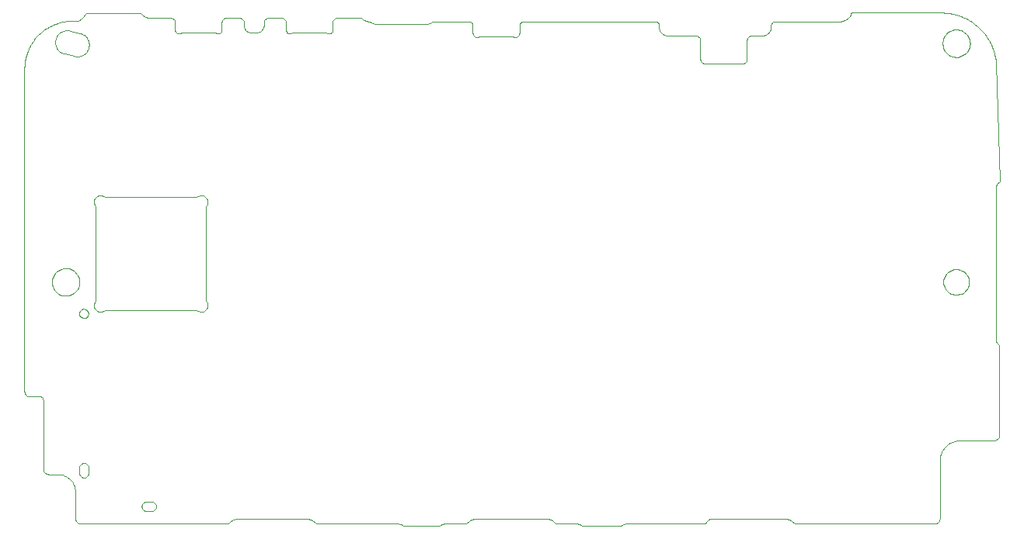
<source format=gbr>
G04 Generated by cameo*
%MOMM*%
%FSLAX33Y33*%
G01*
%ADD10C,0.01*%
D10*
X8400Y-57150D02*
X24568Y-57150D01*
X24663Y-57050D01*
X24768Y-56960D01*
X24881Y-56880D01*
X25000Y-56811D01*
X25126Y-56754D01*
X25257Y-56709D01*
X25391Y-56676D01*
X25527Y-56657D01*
X25665Y-56650D01*
X33051Y-56650D01*
X33189Y-56657D01*
X33325Y-56676D01*
X33459Y-56709D01*
X33590Y-56754D01*
X33716Y-56811D01*
X33835Y-56880D01*
X33948Y-56960D01*
X34053Y-57050D01*
X34148Y-57150D01*
X42831Y-57150D01*
X42976Y-57159D01*
X43119Y-57185D01*
X43257Y-57227D01*
X43390Y-57287D01*
X43515Y-57361D01*
X43629Y-57450D01*
X47621Y-57450D01*
X47736Y-57361D01*
X47861Y-57287D01*
X47993Y-57227D01*
X48132Y-57185D01*
X48275Y-57159D01*
X48420Y-57150D01*
X50516Y-57150D01*
X50611Y-57050D01*
X50716Y-56960D01*
X50829Y-56880D01*
X50948Y-56811D01*
X51074Y-56754D01*
X51205Y-56709D01*
X51339Y-56676D01*
X51475Y-56657D01*
X51613Y-56650D01*
X59248Y-56650D01*
X59376Y-56657D01*
X59503Y-56676D01*
X59628Y-56709D01*
X59748Y-56755D01*
X59863Y-56812D01*
X59971Y-56881D01*
X60072Y-56961D01*
X60164Y-57051D01*
X60246Y-57150D01*
X62342Y-57150D01*
X62487Y-57159D01*
X62630Y-57185D01*
X62768Y-57227D01*
X62901Y-57287D01*
X63025Y-57361D01*
X63140Y-57450D01*
X67382Y-57450D01*
X67497Y-57361D01*
X67621Y-57287D01*
X67754Y-57227D01*
X67893Y-57185D01*
X68035Y-57159D01*
X68180Y-57150D01*
X76563Y-57150D01*
X76635Y-57028D01*
X76726Y-56919D01*
X76833Y-56825D01*
X76953Y-56750D01*
X77083Y-56695D01*
X77221Y-56661D01*
X77362Y-56650D01*
X85196Y-56650D01*
X85334Y-56657D01*
X85471Y-56676D01*
X85605Y-56709D01*
X85736Y-56754D01*
X85861Y-56811D01*
X85981Y-56880D01*
X86094Y-56960D01*
X86198Y-57050D01*
X86294Y-57150D01*
X101613Y-57150D01*
X101742Y-57133D01*
X101863Y-57083D01*
X101966Y-57004D01*
X102045Y-56900D01*
X102095Y-56779D01*
X102112Y-56650D01*
X102112Y-50300D01*
X102116Y-50172D01*
X102127Y-50045D01*
X102146Y-49918D01*
X102171Y-49793D01*
X102204Y-49669D01*
X102245Y-49548D01*
X102292Y-49429D01*
X102346Y-49313D01*
X102406Y-49200D01*
X102473Y-49091D01*
X102547Y-48986D01*
X102626Y-48886D01*
X102711Y-48790D01*
X102801Y-48700D01*
X102896Y-48615D01*
X102997Y-48535D01*
X103101Y-48462D01*
X103210Y-48395D01*
X103322Y-48334D01*
X103438Y-48280D01*
X103557Y-48233D01*
X103678Y-48192D01*
X103801Y-48159D01*
X103927Y-48133D01*
X104053Y-48115D01*
X104180Y-48104D01*
X104308Y-48100D01*
X108000Y-48100D01*
X108134Y-48085D01*
X108260Y-48041D01*
X108374Y-47969D01*
X108469Y-47874D01*
X108540Y-47760D01*
X108584Y-47634D01*
X108599Y-47500D01*
X108599Y-37700D01*
X108499Y-37614D01*
X108411Y-37515D01*
X108337Y-37405D01*
X108278Y-37287D01*
X108235Y-37162D01*
X108209Y-37032D01*
X108200Y-36900D01*
X108200Y-20600D01*
X108210Y-20463D01*
X108240Y-20330D01*
X108289Y-20202D01*
X108356Y-20083D01*
X108439Y-19974D01*
X108538Y-19879D01*
X108649Y-19800D01*
X108250Y-6900D01*
X108238Y-6775D01*
X108223Y-6650D01*
X108205Y-6525D01*
X108185Y-6401D01*
X108163Y-6277D01*
X108138Y-6154D01*
X108110Y-6031D01*
X108080Y-5909D01*
X108047Y-5787D01*
X108011Y-5666D01*
X107973Y-5546D01*
X107933Y-5427D01*
X107890Y-5309D01*
X107845Y-5192D01*
X107797Y-5075D01*
X107747Y-4960D01*
X107694Y-4845D01*
X107639Y-4732D01*
X107582Y-4620D01*
X107523Y-4509D01*
X107461Y-4400D01*
X107396Y-4292D01*
X107330Y-4185D01*
X107261Y-4079D01*
X107191Y-3975D01*
X107118Y-3873D01*
X107043Y-3772D01*
X106965Y-3673D01*
X106886Y-3575D01*
X106805Y-3479D01*
X106722Y-3385D01*
X106636Y-3292D01*
X106549Y-3202D01*
X106460Y-3113D01*
X106370Y-3026D01*
X106277Y-2941D01*
X106183Y-2858D01*
X106087Y-2777D01*
X105989Y-2697D01*
X105889Y-2620D01*
X105788Y-2546D01*
X105686Y-2473D01*
X105582Y-2402D01*
X105477Y-2334D01*
X105370Y-2268D01*
X105262Y-2204D01*
X105152Y-2142D01*
X105041Y-2083D01*
X104929Y-2026D01*
X104816Y-1971D01*
X104702Y-1919D01*
X104586Y-1869D01*
X104470Y-1821D01*
X104353Y-1776D01*
X104235Y-1734D01*
X104116Y-1694D01*
X103996Y-1656D01*
X103875Y-1621D01*
X103754Y-1588D01*
X103632Y-1558D01*
X103509Y-1531D01*
X103386Y-1506D01*
X103262Y-1484D01*
X103138Y-1464D01*
X103014Y-1447D01*
X102889Y-1433D01*
X102764Y-1421D01*
X102639Y-1412D01*
X102513Y-1405D01*
X102388Y-1401D01*
X102262Y-1400D01*
X92482Y-1400D01*
X92435Y-1524D01*
X92377Y-1643D01*
X92308Y-1756D01*
X92228Y-1861D01*
X92139Y-1959D01*
X92040Y-2047D01*
X91933Y-2125D01*
X91819Y-2192D01*
X91700Y-2248D01*
X91575Y-2293D01*
X91447Y-2324D01*
X91316Y-2344D01*
X91184Y-2350D01*
X84198Y-2350D01*
X84069Y-2367D01*
X83949Y-2417D01*
X83845Y-2496D01*
X83766Y-2600D01*
X83716Y-2721D01*
X83699Y-2850D01*
X83699Y-3000D01*
X83690Y-3128D01*
X83663Y-3254D01*
X83618Y-3374D01*
X83557Y-3487D01*
X83480Y-3589D01*
X83389Y-3680D01*
X83287Y-3757D01*
X83174Y-3819D01*
X83054Y-3864D01*
X82929Y-3891D01*
X82801Y-3900D01*
X81603Y-3900D01*
X81474Y-3917D01*
X81354Y-3967D01*
X81250Y-4046D01*
X81171Y-4150D01*
X81121Y-4271D01*
X81104Y-4400D01*
X81104Y-6450D01*
X81087Y-6579D01*
X81037Y-6700D01*
X80958Y-6804D01*
X80855Y-6883D01*
X80734Y-6933D01*
X80605Y-6950D01*
X76514Y-6950D01*
X76384Y-6933D01*
X76264Y-6883D01*
X76161Y-6804D01*
X76081Y-6700D01*
X76032Y-6579D01*
X76014Y-6450D01*
X76014Y-4400D01*
X75997Y-4271D01*
X75948Y-4150D01*
X75868Y-4046D01*
X75765Y-3967D01*
X75645Y-3917D01*
X75515Y-3900D01*
X72422Y-3900D01*
X72294Y-3891D01*
X72169Y-3864D01*
X72049Y-3819D01*
X71936Y-3757D01*
X71834Y-3680D01*
X71743Y-3589D01*
X71666Y-3487D01*
X71605Y-3374D01*
X71560Y-3254D01*
X71533Y-3128D01*
X71524Y-3000D01*
X71524Y-2850D01*
X71506Y-2721D01*
X71457Y-2600D01*
X71377Y-2496D01*
X71274Y-2417D01*
X71154Y-2367D01*
X71024Y-2350D01*
X56803Y-2350D01*
X56674Y-2367D01*
X56553Y-2417D01*
X56450Y-2496D01*
X56371Y-2600D01*
X56321Y-2721D01*
X56304Y-2850D01*
X56304Y-3600D01*
X56297Y-3726D01*
X56254Y-3844D01*
X56181Y-3946D01*
X56082Y-4023D01*
X55965Y-4069D01*
X55840Y-4081D01*
X55717Y-4057D01*
X55605Y-4000D01*
X51913Y-4000D01*
X51801Y-4057D01*
X51678Y-4081D01*
X51553Y-4069D01*
X51436Y-4023D01*
X51337Y-3946D01*
X51264Y-3844D01*
X51222Y-3726D01*
X51214Y-3600D01*
X51214Y-2850D01*
X51197Y-2721D01*
X51147Y-2600D01*
X51068Y-2496D01*
X50965Y-2417D01*
X50844Y-2367D01*
X50715Y-2350D01*
X46773Y-2350D01*
X46677Y-2438D01*
X46570Y-2513D01*
X46455Y-2572D01*
X46332Y-2615D01*
X46204Y-2641D01*
X46075Y-2650D01*
X40835Y-2650D01*
X40690Y-2641D01*
X40547Y-2615D01*
X40409Y-2573D01*
X40276Y-2513D01*
X40151Y-2439D01*
X40037Y-2350D01*
X39937Y-2350D01*
X39811Y-2343D01*
X39686Y-2324D01*
X39563Y-2291D01*
X39445Y-2245D01*
X39333Y-2188D01*
X39226Y-2119D01*
X39128Y-2039D01*
X39039Y-1950D01*
X36444Y-1950D01*
X36315Y-1967D01*
X36194Y-2017D01*
X36091Y-2096D01*
X36012Y-2200D01*
X35962Y-2321D01*
X35945Y-2450D01*
X35945Y-3200D01*
X35937Y-3326D01*
X35895Y-3444D01*
X35822Y-3546D01*
X35723Y-3623D01*
X35606Y-3669D01*
X35481Y-3681D01*
X35358Y-3657D01*
X35246Y-3600D01*
X31554Y-3600D01*
X31442Y-3657D01*
X31319Y-3681D01*
X31194Y-3669D01*
X31077Y-3623D01*
X30978Y-3546D01*
X30905Y-3444D01*
X30862Y-3326D01*
X30855Y-3200D01*
X30855Y-2450D01*
X30838Y-2321D01*
X30788Y-2200D01*
X30709Y-2096D01*
X30605Y-2017D01*
X30485Y-1967D01*
X30356Y-1950D01*
X28959Y-1950D01*
X28830Y-1967D01*
X28709Y-2017D01*
X28606Y-2096D01*
X28527Y-2200D01*
X28477Y-2321D01*
X28460Y-2450D01*
X28460Y-2700D01*
X28451Y-2828D01*
X28423Y-2954D01*
X28379Y-3074D01*
X28317Y-3187D01*
X28240Y-3289D01*
X28150Y-3380D01*
X28047Y-3457D01*
X27935Y-3519D01*
X27815Y-3564D01*
X27689Y-3591D01*
X27562Y-3600D01*
X27162Y-3600D01*
X27035Y-3591D01*
X26909Y-3564D01*
X26789Y-3519D01*
X26677Y-3457D01*
X26574Y-3380D01*
X26484Y-3289D01*
X26407Y-3187D01*
X26345Y-3074D01*
X26301Y-2954D01*
X26273Y-2828D01*
X26264Y-2700D01*
X26264Y-2450D01*
X26247Y-2321D01*
X26197Y-2200D01*
X26118Y-2096D01*
X26015Y-2017D01*
X25894Y-1967D01*
X25765Y-1950D01*
X24368Y-1950D01*
X24239Y-1967D01*
X24118Y-2017D01*
X24015Y-2096D01*
X23936Y-2200D01*
X23886Y-2321D01*
X23869Y-2450D01*
X23869Y-3200D01*
X23862Y-3326D01*
X23819Y-3444D01*
X23746Y-3546D01*
X23647Y-3623D01*
X23530Y-3669D01*
X23405Y-3681D01*
X23282Y-3657D01*
X23170Y-3600D01*
X19478Y-3600D01*
X19366Y-3657D01*
X19243Y-3681D01*
X19118Y-3669D01*
X19001Y-3623D01*
X18902Y-3546D01*
X18829Y-3444D01*
X18787Y-3326D01*
X18779Y-3200D01*
X18779Y-2450D01*
X18762Y-2321D01*
X18712Y-2200D01*
X18633Y-2096D01*
X18530Y-2017D01*
X18409Y-1967D01*
X18280Y-1950D01*
X16035Y-1950D01*
X15906Y-1943D01*
X15779Y-1924D01*
X15655Y-1891D01*
X15535Y-1845D01*
X15420Y-1788D01*
X15312Y-1719D01*
X15211Y-1639D01*
X15119Y-1549D01*
X15037Y-1450D01*
X9248Y-1450D01*
X9117Y-1471D01*
X8999Y-1533D01*
X8906Y-1629D01*
X8849Y-1750D01*
X8778Y-1869D01*
X8691Y-1977D01*
X8590Y-2071D01*
X8477Y-2152D01*
X8355Y-2216D01*
X8224Y-2262D01*
X8089Y-2291D01*
X7951Y-2300D01*
X7552Y-2300D01*
X7424Y-2302D01*
X7297Y-2306D01*
X7170Y-2314D01*
X7043Y-2325D01*
X6916Y-2339D01*
X6790Y-2356D01*
X6664Y-2377D01*
X6539Y-2400D01*
X6415Y-2426D01*
X6291Y-2456D01*
X6168Y-2488D01*
X6045Y-2524D01*
X5924Y-2562D01*
X5803Y-2604D01*
X5684Y-2648D01*
X5566Y-2696D01*
X5449Y-2746D01*
X5333Y-2799D01*
X5218Y-2855D01*
X5105Y-2914D01*
X4994Y-2976D01*
X4884Y-3040D01*
X4775Y-3107D01*
X4669Y-3176D01*
X4563Y-3249D01*
X4460Y-3323D01*
X4359Y-3401D01*
X4259Y-3480D01*
X4162Y-3563D01*
X4067Y-3647D01*
X3973Y-3734D01*
X3882Y-3823D01*
X3793Y-3914D01*
X3706Y-4008D01*
X3622Y-4104D01*
X3540Y-4201D01*
X3460Y-4301D01*
X3383Y-4402D01*
X3309Y-4506D01*
X3237Y-4611D01*
X3167Y-4718D01*
X3100Y-4827D01*
X3036Y-4937D01*
X2975Y-5049D01*
X2916Y-5162D01*
X2860Y-5277D01*
X2807Y-5393D01*
X2757Y-5510D01*
X2710Y-5629D01*
X2665Y-5748D01*
X2624Y-5869D01*
X2586Y-5991D01*
X2550Y-6113D01*
X2518Y-6237D01*
X2488Y-6361D01*
X2462Y-6486D01*
X2439Y-6611D01*
X2418Y-6737D01*
X2401Y-6863D01*
X2387Y-6990D01*
X2376Y-7117D01*
X2368Y-7245D01*
X2364Y-7372D01*
X2362Y-7500D01*
X2362Y-42700D01*
X2377Y-42834D01*
X2421Y-42960D01*
X2493Y-43074D01*
X2588Y-43169D01*
X2701Y-43241D01*
X2828Y-43285D01*
X2961Y-43300D01*
X4009Y-43300D01*
X4132Y-43320D01*
X4243Y-43376D01*
X4332Y-43465D01*
X4388Y-43576D01*
X4408Y-43700D01*
X4408Y-51200D01*
X4423Y-51334D01*
X4467Y-51460D01*
X4539Y-51574D01*
X4633Y-51669D01*
X4747Y-51741D01*
X4874Y-51785D01*
X5007Y-51800D01*
X6005Y-51800D01*
X6134Y-51804D01*
X6263Y-51818D01*
X6391Y-51840D01*
X6516Y-51870D01*
X6640Y-51910D01*
X6760Y-51957D01*
X6877Y-52013D01*
X6990Y-52077D01*
X7098Y-52148D01*
X7201Y-52226D01*
X7299Y-52311D01*
X7391Y-52403D01*
X7476Y-52501D01*
X7554Y-52604D01*
X7625Y-52713D01*
X7688Y-52826D01*
X7744Y-52943D01*
X7792Y-53064D01*
X7831Y-53187D01*
X7861Y-53313D01*
X7883Y-53441D01*
X7897Y-53570D01*
X7901Y-53700D01*
X7901Y-56650D01*
X7918Y-56779D01*
X7968Y-56900D01*
X8047Y-57004D01*
X8151Y-57083D01*
X8271Y-57133D01*
X8400Y-57150D01*
X11144Y-33850D02*
X21124Y-33850D01*
X21225Y-33933D01*
X21338Y-33997D01*
X21462Y-34038D01*
X21591Y-34056D01*
X21721Y-34050D01*
X21848Y-34020D01*
X21967Y-33968D01*
X22074Y-33894D01*
X22166Y-33802D01*
X22240Y-33694D01*
X22293Y-33575D01*
X22322Y-33448D01*
X22328Y-33317D01*
X22310Y-33188D01*
X22269Y-33064D01*
X22206Y-32950D01*
X22122Y-32850D01*
X22122Y-22550D01*
X22206Y-22450D01*
X22269Y-22336D01*
X22310Y-22212D01*
X22328Y-22083D01*
X22322Y-21952D01*
X22293Y-21825D01*
X22240Y-21706D01*
X22166Y-21598D01*
X22074Y-21506D01*
X21967Y-21432D01*
X21848Y-21380D01*
X21721Y-21350D01*
X21591Y-21344D01*
X21462Y-21362D01*
X21338Y-21403D01*
X21225Y-21467D01*
X21124Y-21550D01*
X11144Y-21550D01*
X11044Y-21467D01*
X10931Y-21403D01*
X10807Y-21362D01*
X10678Y-21344D01*
X10548Y-21350D01*
X10421Y-21380D01*
X10302Y-21432D01*
X10195Y-21506D01*
X10103Y-21598D01*
X10029Y-21706D01*
X9976Y-21825D01*
X9947Y-21952D01*
X9941Y-22083D01*
X9959Y-22212D01*
X10000Y-22336D01*
X10063Y-22450D01*
X10146Y-22550D01*
X10146Y-32850D01*
X10063Y-32950D01*
X10000Y-33064D01*
X9959Y-33188D01*
X9941Y-33317D01*
X9947Y-33448D01*
X9976Y-33575D01*
X10029Y-33694D01*
X10103Y-33802D01*
X10195Y-33894D01*
X10302Y-33968D01*
X10421Y-34020D01*
X10548Y-34050D01*
X10678Y-34056D01*
X10807Y-34038D01*
X10931Y-33997D01*
X11044Y-33933D01*
X11144Y-33850D01*
X8350Y-30800D02*
X8337Y-31000D01*
X8297Y-31196D01*
X8231Y-31386D01*
X8141Y-31564D01*
X8028Y-31730D01*
X7894Y-31878D01*
X7741Y-32008D01*
X7573Y-32115D01*
X7391Y-32200D01*
X7200Y-32259D01*
X7003Y-32292D01*
X6803Y-32299D01*
X6604Y-32279D01*
X6410Y-32233D01*
X6223Y-32161D01*
X6048Y-32064D01*
X5887Y-31945D01*
X5743Y-31806D01*
X5619Y-31649D01*
X5517Y-31477D01*
X5439Y-31292D01*
X5386Y-31099D01*
X5359Y-30900D01*
X5359Y-30700D01*
X5386Y-30501D01*
X5439Y-30308D01*
X5517Y-30123D01*
X5619Y-29951D01*
X5743Y-29794D01*
X5887Y-29655D01*
X6048Y-29536D01*
X6223Y-29439D01*
X6410Y-29367D01*
X6604Y-29321D01*
X6803Y-29301D01*
X7003Y-29308D01*
X7200Y-29341D01*
X7391Y-29400D01*
X7573Y-29485D01*
X7741Y-29592D01*
X7894Y-29722D01*
X8028Y-29870D01*
X8141Y-30036D01*
X8231Y-30214D01*
X8297Y-30404D01*
X8337Y-30600D01*
X8350Y-30800D01*
X105306Y-30800D02*
X105292Y-30999D01*
X105249Y-31194D01*
X105180Y-31382D01*
X105084Y-31557D01*
X104965Y-31717D01*
X104824Y-31858D01*
X104664Y-31978D01*
X104489Y-32073D01*
X104302Y-32143D01*
X104107Y-32186D01*
X103909Y-32200D01*
X103710Y-32186D01*
X103515Y-32143D01*
X103328Y-32073D01*
X103153Y-31978D01*
X102994Y-31858D01*
X102853Y-31717D01*
X102733Y-31557D01*
X102638Y-31382D01*
X102568Y-31194D01*
X102526Y-30999D01*
X102511Y-30800D01*
X102526Y-30601D01*
X102568Y-30406D01*
X102638Y-30218D01*
X102733Y-30043D01*
X102853Y-29883D01*
X102994Y-29742D01*
X103153Y-29622D01*
X103328Y-29527D01*
X103515Y-29457D01*
X103710Y-29414D01*
X103909Y-29400D01*
X104107Y-29414D01*
X104302Y-29457D01*
X104489Y-29527D01*
X104664Y-29622D01*
X104824Y-29742D01*
X104965Y-29883D01*
X105084Y-30043D01*
X105180Y-30218D01*
X105249Y-30406D01*
X105292Y-30601D01*
X105306Y-30800D01*
X105406Y-4750D02*
X105392Y-4950D01*
X105352Y-5146D01*
X105287Y-5336D01*
X105197Y-5514D01*
X105083Y-5680D01*
X104949Y-5828D01*
X104797Y-5958D01*
X104628Y-6065D01*
X104447Y-6150D01*
X104256Y-6209D01*
X104058Y-6242D01*
X103859Y-6249D01*
X103660Y-6229D01*
X103465Y-6183D01*
X103278Y-6111D01*
X103103Y-6014D01*
X102942Y-5895D01*
X102798Y-5756D01*
X102674Y-5599D01*
X102572Y-5427D01*
X102494Y-5242D01*
X102442Y-5049D01*
X102415Y-4850D01*
X102415Y-4650D01*
X102442Y-4451D01*
X102494Y-4258D01*
X102572Y-4073D01*
X102674Y-3901D01*
X102798Y-3744D01*
X102942Y-3605D01*
X103103Y-3486D01*
X103278Y-3389D01*
X103465Y-3317D01*
X103660Y-3271D01*
X103859Y-3251D01*
X104058Y-3258D01*
X104256Y-3291D01*
X104447Y-3350D01*
X104628Y-3435D01*
X104797Y-3542D01*
X104949Y-3672D01*
X105083Y-3820D01*
X105197Y-3986D01*
X105287Y-4164D01*
X105352Y-4354D01*
X105392Y-4550D01*
X105406Y-4750D01*
X7801Y-6150D02*
X6703Y-5875D01*
X6583Y-5838D01*
X6466Y-5790D01*
X6355Y-5730D01*
X6250Y-5660D01*
X6152Y-5580D01*
X6063Y-5491D01*
X5983Y-5393D01*
X5913Y-5288D01*
X5853Y-5176D01*
X5805Y-5060D01*
X5768Y-4939D01*
X5743Y-4815D01*
X5731Y-4689D01*
X5731Y-4562D01*
X5743Y-4437D01*
X5768Y-4313D01*
X5804Y-4191D01*
X5853Y-4075D01*
X5912Y-3963D01*
X5982Y-3858D01*
X6062Y-3760D01*
X6151Y-3671D01*
X6249Y-3590D01*
X6354Y-3520D01*
X6465Y-3460D01*
X6582Y-3412D01*
X6702Y-3375D01*
X6826Y-3351D01*
X6952Y-3338D01*
X7078Y-3338D01*
X7203Y-3350D01*
X7327Y-3375D01*
X8425Y-3650D01*
X8546Y-3687D01*
X8662Y-3735D01*
X8774Y-3795D01*
X8879Y-3865D01*
X8976Y-3945D01*
X9065Y-4034D01*
X9146Y-4132D01*
X9216Y-4237D01*
X9275Y-4349D01*
X9324Y-4465D01*
X9360Y-4586D01*
X9385Y-4710D01*
X9397Y-4836D01*
X9397Y-4963D01*
X9385Y-5088D01*
X9361Y-5212D01*
X9324Y-5334D01*
X9276Y-5450D01*
X9216Y-5562D01*
X9146Y-5667D01*
X9066Y-5765D01*
X8977Y-5854D01*
X8880Y-5935D01*
X8775Y-6005D01*
X8663Y-6065D01*
X8547Y-6113D01*
X8426Y-6150D01*
X8302Y-6174D01*
X8177Y-6187D01*
X8051Y-6187D01*
X7925Y-6175D01*
X7801Y-6150D01*
X15636Y-54800D02*
X16234Y-54800D01*
X16363Y-54817D01*
X16484Y-54867D01*
X16587Y-54946D01*
X16666Y-55050D01*
X16716Y-55171D01*
X16733Y-55300D01*
X16716Y-55429D01*
X16666Y-55550D01*
X16587Y-55654D01*
X16484Y-55733D01*
X16363Y-55783D01*
X16234Y-55800D01*
X15636Y-55800D01*
X15506Y-55783D01*
X15386Y-55733D01*
X15283Y-55654D01*
X15203Y-55550D01*
X15154Y-55429D01*
X15137Y-55300D01*
X15154Y-55171D01*
X15203Y-55050D01*
X15283Y-54946D01*
X15386Y-54867D01*
X15506Y-54817D01*
X15635Y-54800D01*
X9348Y-51050D02*
X9348Y-51650D01*
X9331Y-51779D01*
X9281Y-51900D01*
X9202Y-52004D01*
X9099Y-52083D01*
X8978Y-52133D01*
X8849Y-52150D01*
X8720Y-52133D01*
X8600Y-52083D01*
X8496Y-52004D01*
X8417Y-51900D01*
X8367Y-51779D01*
X8350Y-51650D01*
X8350Y-51050D01*
X8367Y-50921D01*
X8417Y-50800D01*
X8496Y-50696D01*
X8600Y-50617D01*
X8720Y-50567D01*
X8849Y-50550D01*
X8978Y-50567D01*
X9099Y-50617D01*
X9202Y-50696D01*
X9281Y-50800D01*
X9331Y-50921D01*
X9348Y-51050D01*
X9348Y-34250D02*
X9305Y-34453D01*
X9183Y-34622D01*
X9003Y-34726D01*
X8797Y-34747D01*
X8600Y-34683D01*
X8445Y-34544D01*
X8361Y-34354D01*
X8361Y-34146D01*
X8445Y-33956D01*
X8600Y-33817D01*
X8797Y-33753D01*
X9003Y-33774D01*
X9183Y-33878D01*
X9305Y-34047D01*
X9348Y-34250D01*
M02**

</source>
